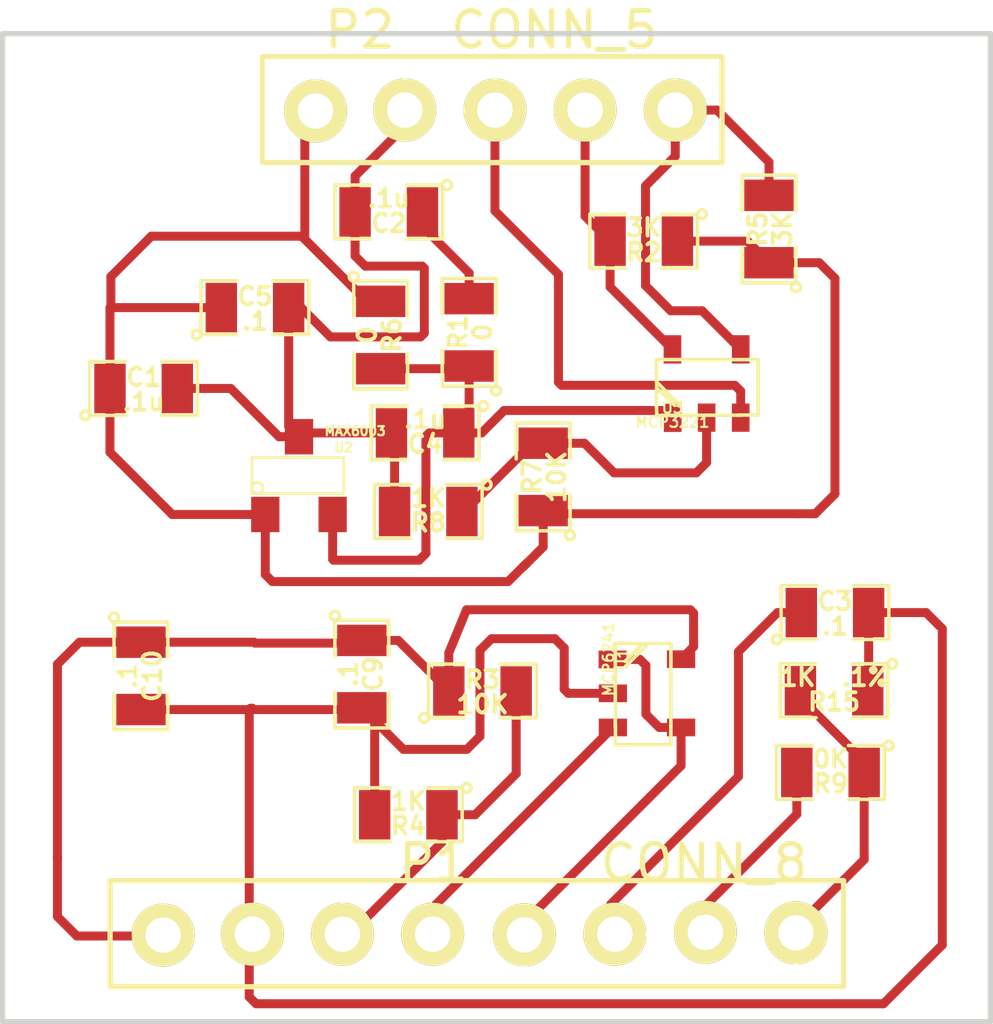
<source format=kicad_pcb>
(kicad_pcb (version 3) (host pcbnew "(2013-07-07 BZR 4022)-stable")

  (general
    (links 44)
    (no_connects 0)
    (area 167.563799 110.8273 195.656201 139.776201)
    (thickness 1.6)
    (drawings 4)
    (tracks 186)
    (zones 0)
    (modules 22)
    (nets 17)
  )

  (page A3)
  (layers
    (15 F.Cu signal)
    (0 B.Cu signal)
    (16 B.Adhes user hide)
    (17 F.Adhes user)
    (18 B.Paste user hide)
    (19 F.Paste user hide)
    (20 B.SilkS user hide)
    (21 F.SilkS user)
    (22 B.Mask user hide)
    (23 F.Mask user hide)
    (24 Dwgs.User user hide)
    (25 Cmts.User user hide)
    (26 Eco1.User user)
    (27 Eco2.User user hide)
    (28 Edge.Cuts user)
  )

  (setup
    (last_trace_width 0.254)
    (user_trace_width 0.254)
    (user_trace_width 0.6096)
    (user_trace_width 0.762)
    (trace_clearance 0.254)
    (zone_clearance 0.508)
    (zone_45_only no)
    (trace_min 0.254)
    (segment_width 0.2)
    (edge_width 0.1524)
    (via_size 0.6858)
    (via_drill 0.3302)
    (via_min_size 0.6858)
    (via_min_drill 0.3302)
    (user_via 1.778 1.016)
    (user_via 2.032 1.524)
    (uvia_size 0.02)
    (uvia_drill 0.013)
    (uvias_allowed no)
    (uvia_min_size 0.02)
    (uvia_min_drill 0.013)
    (pcb_text_width 0.3)
    (pcb_text_size 1.5 1.5)
    (mod_edge_width 0.1016)
    (mod_text_size 1 1)
    (mod_text_width 0.15)
    (pad_size 1.524 2.54)
    (pad_drill 1.016)
    (pad_to_mask_clearance 0)
    (aux_axis_origin 0 0)
    (visible_elements 7FFFFFFF)
    (pcbplotparams
      (layerselection 284196865)
      (usegerberextensions true)
      (excludeedgelayer true)
      (linewidth 0.150000)
      (plotframeref false)
      (viasonmask false)
      (mode 1)
      (useauxorigin false)
      (hpglpennumber 1)
      (hpglpenspeed 20)
      (hpglpendiameter 15)
      (hpglpenoverlay 2)
      (psnegative false)
      (psa4output false)
      (plotreference true)
      (plotvalue false)
      (plotothertext true)
      (plotinvisibletext false)
      (padsonsilk false)
      (subtractmaskfromsilk true)
      (outputformat 1)
      (mirror false)
      (drillshape 0)
      (scaleselection 1)
      (outputdirectory "//psf/Home/Documents/Lettuce Buddy HW/Healthy pH Test PCB/Test1/Kicad/Gerbers/"))
  )

  (net 0 "")
  (net 1 "/Digital Access/AIN")
  (net 2 "/Digital Access/GND_WallWart")
  (net 3 "/Digital Access/SCL")
  (net 4 "/Digital Access/SDA")
  (net 5 "/Digital Access/V+_WallWart")
  (net 6 /Temperature/GND_WallWart)
  (net 7 /Temperature/Therm_AIN)
  (net 8 /Temperature/Therm_IN)
  (net 9 /Temperature/V+_WallWart_Therm)
  (net 10 /pH/V+_WallWart)
  (net 11 /pH/pH_AIN)
  (net 12 /pH/pH_Probe_VGND)
  (net 13 /pH/pH_Probe_VIN)
  (net 14 N-0000014)
  (net 15 VGND)
  (net 16 VREF)

  (net_class Default "This is the default net class."
    (clearance 0.254)
    (trace_width 0.254)
    (via_dia 0.6858)
    (via_drill 0.3302)
    (uvia_dia 0.02)
    (uvia_drill 0.013)
    (add_net "")
    (add_net "/Digital Access/AIN")
    (add_net "/Digital Access/GND_WallWart")
    (add_net "/Digital Access/SCL")
    (add_net "/Digital Access/SDA")
    (add_net "/Digital Access/V+_WallWart")
    (add_net /Temperature/GND_WallWart)
    (add_net /Temperature/Therm_AIN)
    (add_net /Temperature/Therm_IN)
    (add_net /Temperature/V+_WallWart_Therm)
    (add_net /pH/V+_WallWart)
    (add_net /pH/pH_AIN)
    (add_net /pH/pH_Probe_VGND)
    (add_net /pH/pH_Probe_VIN)
    (add_net N-0000014)
    (add_net VGND)
    (add_net VREF)
  )

  (net_class Normal ""
    (clearance 0.254)
    (trace_width 0.254)
    (via_dia 0.6858)
    (via_drill 0.3302)
    (uvia_dia 0.02)
    (uvia_drill 0.013)
  )

  (net_class Power ""
    (clearance 0.254)
    (trace_width 0.6096)
    (via_dia 0.889)
    (via_drill 0.4318)
    (uvia_dia 0.02)
    (uvia_drill 0.013)
  )

  (module SM0805 (layer F.Cu) (tedit 5091495C) (tstamp 546C7023)
    (at 178.3334 120.2817 270)
    (path /546A29BA/546A38E8)
    (attr smd)
    (fp_text reference R6 (at 0 -0.3175 270) (layer F.SilkS)
      (effects (font (size 0.50038 0.50038) (thickness 0.10922)))
    )
    (fp_text value 0 (at 0 0.381 270) (layer F.SilkS)
      (effects (font (size 0.50038 0.50038) (thickness 0.10922)))
    )
    (fp_circle (center -1.651 0.762) (end -1.651 0.635) (layer F.SilkS) (width 0.09906))
    (fp_line (start -0.508 0.762) (end -1.524 0.762) (layer F.SilkS) (width 0.09906))
    (fp_line (start -1.524 0.762) (end -1.524 -0.762) (layer F.SilkS) (width 0.09906))
    (fp_line (start -1.524 -0.762) (end -0.508 -0.762) (layer F.SilkS) (width 0.09906))
    (fp_line (start 0.508 -0.762) (end 1.524 -0.762) (layer F.SilkS) (width 0.09906))
    (fp_line (start 1.524 -0.762) (end 1.524 0.762) (layer F.SilkS) (width 0.09906))
    (fp_line (start 1.524 0.762) (end 0.508 0.762) (layer F.SilkS) (width 0.09906))
    (pad 1 smd rect (at -0.9525 0 270) (size 0.889 1.397)
      (layers F.Cu F.Paste F.Mask)
      (net 5 "/Digital Access/V+_WallWart")
    )
    (pad 2 smd rect (at 0.9525 0 270) (size 0.889 1.397)
      (layers F.Cu F.Paste F.Mask)
      (net 16 VREF)
    )
    (model smd/chip_cms.wrl
      (at (xyz 0 0 0))
      (scale (xyz 0.1 0.1 0.1))
      (rotate (xyz 0 0 0))
    )
  )

  (module SM0805 (layer F.Cu) (tedit 5091495C) (tstamp 546C7030)
    (at 177.8 129.8702 270)
    (path /53C9635B/54453E50)
    (attr smd)
    (fp_text reference C9 (at 0 -0.3175 270) (layer F.SilkS)
      (effects (font (size 0.50038 0.50038) (thickness 0.10922)))
    )
    (fp_text value .1 (at 0 0.381 270) (layer F.SilkS)
      (effects (font (size 0.50038 0.50038) (thickness 0.10922)))
    )
    (fp_circle (center -1.651 0.762) (end -1.651 0.635) (layer F.SilkS) (width 0.09906))
    (fp_line (start -0.508 0.762) (end -1.524 0.762) (layer F.SilkS) (width 0.09906))
    (fp_line (start -1.524 0.762) (end -1.524 -0.762) (layer F.SilkS) (width 0.09906))
    (fp_line (start -1.524 -0.762) (end -0.508 -0.762) (layer F.SilkS) (width 0.09906))
    (fp_line (start 0.508 -0.762) (end 1.524 -0.762) (layer F.SilkS) (width 0.09906))
    (fp_line (start 1.524 -0.762) (end 1.524 0.762) (layer F.SilkS) (width 0.09906))
    (fp_line (start 1.524 0.762) (end 0.508 0.762) (layer F.SilkS) (width 0.09906))
    (pad 1 smd rect (at -0.9525 0 270) (size 0.889 1.397)
      (layers F.Cu F.Paste F.Mask)
      (net 10 /pH/V+_WallWart)
    )
    (pad 2 smd rect (at 0.9525 0 270) (size 0.889 1.397)
      (layers F.Cu F.Paste F.Mask)
      (net 6 /Temperature/GND_WallWart)
    )
    (model smd/chip_cms.wrl
      (at (xyz 0 0 0))
      (scale (xyz 0.1 0.1 0.1))
      (rotate (xyz 0 0 0))
    )
  )

  (module SM0805 (layer F.Cu) (tedit 5091495C) (tstamp 546C703D)
    (at 171.5516 129.921 270)
    (path /53C9635B/54453F94)
    (attr smd)
    (fp_text reference C10 (at 0 -0.3175 270) (layer F.SilkS)
      (effects (font (size 0.50038 0.50038) (thickness 0.10922)))
    )
    (fp_text value .1 (at 0 0.381 270) (layer F.SilkS)
      (effects (font (size 0.50038 0.50038) (thickness 0.10922)))
    )
    (fp_circle (center -1.651 0.762) (end -1.651 0.635) (layer F.SilkS) (width 0.09906))
    (fp_line (start -0.508 0.762) (end -1.524 0.762) (layer F.SilkS) (width 0.09906))
    (fp_line (start -1.524 0.762) (end -1.524 -0.762) (layer F.SilkS) (width 0.09906))
    (fp_line (start -1.524 -0.762) (end -0.508 -0.762) (layer F.SilkS) (width 0.09906))
    (fp_line (start 0.508 -0.762) (end 1.524 -0.762) (layer F.SilkS) (width 0.09906))
    (fp_line (start 1.524 -0.762) (end 1.524 0.762) (layer F.SilkS) (width 0.09906))
    (fp_line (start 1.524 0.762) (end 0.508 0.762) (layer F.SilkS) (width 0.09906))
    (pad 1 smd rect (at -0.9525 0 270) (size 0.889 1.397)
      (layers F.Cu F.Paste F.Mask)
      (net 10 /pH/V+_WallWart)
    )
    (pad 2 smd rect (at 0.9525 0 270) (size 0.889 1.397)
      (layers F.Cu F.Paste F.Mask)
      (net 6 /Temperature/GND_WallWart)
    )
    (model smd/chip_cms.wrl
      (at (xyz 0 0 0))
      (scale (xyz 0.1 0.1 0.1))
      (rotate (xyz 0 0 0))
    )
  )

  (module SM0805 (layer F.Cu) (tedit 5091495C) (tstamp 546C704A)
    (at 181.21376 130.34772)
    (path /53C9635B/53F37946)
    (attr smd)
    (fp_text reference R3 (at 0 -0.3175) (layer F.SilkS)
      (effects (font (size 0.50038 0.50038) (thickness 0.10922)))
    )
    (fp_text value 10K (at 0 0.381) (layer F.SilkS)
      (effects (font (size 0.50038 0.50038) (thickness 0.10922)))
    )
    (fp_circle (center -1.651 0.762) (end -1.651 0.635) (layer F.SilkS) (width 0.09906))
    (fp_line (start -0.508 0.762) (end -1.524 0.762) (layer F.SilkS) (width 0.09906))
    (fp_line (start -1.524 0.762) (end -1.524 -0.762) (layer F.SilkS) (width 0.09906))
    (fp_line (start -1.524 -0.762) (end -0.508 -0.762) (layer F.SilkS) (width 0.09906))
    (fp_line (start 0.508 -0.762) (end 1.524 -0.762) (layer F.SilkS) (width 0.09906))
    (fp_line (start 1.524 -0.762) (end 1.524 0.762) (layer F.SilkS) (width 0.09906))
    (fp_line (start 1.524 0.762) (end 0.508 0.762) (layer F.SilkS) (width 0.09906))
    (pad 1 smd rect (at -0.9525 0) (size 0.889 1.397)
      (layers F.Cu F.Paste F.Mask)
      (net 10 /pH/V+_WallWart)
    )
    (pad 2 smd rect (at 0.9525 0) (size 0.889 1.397)
      (layers F.Cu F.Paste F.Mask)
      (net 12 /pH/pH_Probe_VGND)
    )
    (model smd/chip_cms.wrl
      (at (xyz 0 0 0))
      (scale (xyz 0.1 0.1 0.1))
      (rotate (xyz 0 0 0))
    )
  )

  (module SM0805 (layer F.Cu) (tedit 5091495C) (tstamp 546C7057)
    (at 179.11572 133.84784 180)
    (path /53C9635B/53D7D158)
    (attr smd)
    (fp_text reference R4 (at 0 -0.3175 180) (layer F.SilkS)
      (effects (font (size 0.50038 0.50038) (thickness 0.10922)))
    )
    (fp_text value 1K (at 0 0.381 180) (layer F.SilkS)
      (effects (font (size 0.50038 0.50038) (thickness 0.10922)))
    )
    (fp_circle (center -1.651 0.762) (end -1.651 0.635) (layer F.SilkS) (width 0.09906))
    (fp_line (start -0.508 0.762) (end -1.524 0.762) (layer F.SilkS) (width 0.09906))
    (fp_line (start -1.524 0.762) (end -1.524 -0.762) (layer F.SilkS) (width 0.09906))
    (fp_line (start -1.524 -0.762) (end -0.508 -0.762) (layer F.SilkS) (width 0.09906))
    (fp_line (start 0.508 -0.762) (end 1.524 -0.762) (layer F.SilkS) (width 0.09906))
    (fp_line (start 1.524 -0.762) (end 1.524 0.762) (layer F.SilkS) (width 0.09906))
    (fp_line (start 1.524 0.762) (end 0.508 0.762) (layer F.SilkS) (width 0.09906))
    (pad 1 smd rect (at -0.9525 0 180) (size 0.889 1.397)
      (layers F.Cu F.Paste F.Mask)
      (net 12 /pH/pH_Probe_VGND)
    )
    (pad 2 smd rect (at 0.9525 0 180) (size 0.889 1.397)
      (layers F.Cu F.Paste F.Mask)
      (net 6 /Temperature/GND_WallWart)
    )
    (model smd/chip_cms.wrl
      (at (xyz 0 0 0))
      (scale (xyz 0.1 0.1 0.1))
      (rotate (xyz 0 0 0))
    )
  )

  (module SM0805 (layer F.Cu) (tedit 5091495C) (tstamp 546C7064)
    (at 179.6796 125.2728 180)
    (path /546A29BA/546CB67D)
    (attr smd)
    (fp_text reference R8 (at 0 -0.3175 180) (layer F.SilkS)
      (effects (font (size 0.50038 0.50038) (thickness 0.10922)))
    )
    (fp_text value 1K (at 0 0.381 180) (layer F.SilkS)
      (effects (font (size 0.50038 0.50038) (thickness 0.10922)))
    )
    (fp_circle (center -1.651 0.762) (end -1.651 0.635) (layer F.SilkS) (width 0.09906))
    (fp_line (start -0.508 0.762) (end -1.524 0.762) (layer F.SilkS) (width 0.09906))
    (fp_line (start -1.524 0.762) (end -1.524 -0.762) (layer F.SilkS) (width 0.09906))
    (fp_line (start -1.524 -0.762) (end -0.508 -0.762) (layer F.SilkS) (width 0.09906))
    (fp_line (start 0.508 -0.762) (end 1.524 -0.762) (layer F.SilkS) (width 0.09906))
    (fp_line (start 1.524 -0.762) (end 1.524 0.762) (layer F.SilkS) (width 0.09906))
    (fp_line (start 1.524 0.762) (end 0.508 0.762) (layer F.SilkS) (width 0.09906))
    (pad 1 smd rect (at -0.9525 0 180) (size 0.889 1.397)
      (layers F.Cu F.Paste F.Mask)
      (net 15 VGND)
    )
    (pad 2 smd rect (at 0.9525 0 180) (size 0.889 1.397)
      (layers F.Cu F.Paste F.Mask)
      (net 2 "/Digital Access/GND_WallWart")
    )
    (model smd/chip_cms.wrl
      (at (xyz 0 0 0))
      (scale (xyz 0.1 0.1 0.1))
      (rotate (xyz 0 0 0))
    )
  )

  (module SM0805 (layer F.Cu) (tedit 5091495C) (tstamp 546C7071)
    (at 182.9308 124.2949 90)
    (path /546A29BA/546CB683)
    (attr smd)
    (fp_text reference R7 (at 0 -0.3175 90) (layer F.SilkS)
      (effects (font (size 0.50038 0.50038) (thickness 0.10922)))
    )
    (fp_text value 10K (at 0 0.381 90) (layer F.SilkS)
      (effects (font (size 0.50038 0.50038) (thickness 0.10922)))
    )
    (fp_circle (center -1.651 0.762) (end -1.651 0.635) (layer F.SilkS) (width 0.09906))
    (fp_line (start -0.508 0.762) (end -1.524 0.762) (layer F.SilkS) (width 0.09906))
    (fp_line (start -1.524 0.762) (end -1.524 -0.762) (layer F.SilkS) (width 0.09906))
    (fp_line (start -1.524 -0.762) (end -0.508 -0.762) (layer F.SilkS) (width 0.09906))
    (fp_line (start 0.508 -0.762) (end 1.524 -0.762) (layer F.SilkS) (width 0.09906))
    (fp_line (start 1.524 -0.762) (end 1.524 0.762) (layer F.SilkS) (width 0.09906))
    (fp_line (start 1.524 0.762) (end 0.508 0.762) (layer F.SilkS) (width 0.09906))
    (pad 1 smd rect (at -0.9525 0 90) (size 0.889 1.397)
      (layers F.Cu F.Paste F.Mask)
      (net 5 "/Digital Access/V+_WallWart")
    )
    (pad 2 smd rect (at 0.9525 0 90) (size 0.889 1.397)
      (layers F.Cu F.Paste F.Mask)
      (net 15 VGND)
    )
    (model smd/chip_cms.wrl
      (at (xyz 0 0 0))
      (scale (xyz 0.1 0.1 0.1))
      (rotate (xyz 0 0 0))
    )
  )

  (module SM0805 (layer F.Cu) (tedit 5091495C) (tstamp 546C707E)
    (at 178.562 116.8019 180)
    (path /546A29BA/546A3936)
    (attr smd)
    (fp_text reference C2 (at 0 -0.3175 180) (layer F.SilkS)
      (effects (font (size 0.50038 0.50038) (thickness 0.10922)))
    )
    (fp_text value .1u (at 0 0.381 180) (layer F.SilkS)
      (effects (font (size 0.50038 0.50038) (thickness 0.10922)))
    )
    (fp_circle (center -1.651 0.762) (end -1.651 0.635) (layer F.SilkS) (width 0.09906))
    (fp_line (start -0.508 0.762) (end -1.524 0.762) (layer F.SilkS) (width 0.09906))
    (fp_line (start -1.524 0.762) (end -1.524 -0.762) (layer F.SilkS) (width 0.09906))
    (fp_line (start -1.524 -0.762) (end -0.508 -0.762) (layer F.SilkS) (width 0.09906))
    (fp_line (start 0.508 -0.762) (end 1.524 -0.762) (layer F.SilkS) (width 0.09906))
    (fp_line (start 1.524 -0.762) (end 1.524 0.762) (layer F.SilkS) (width 0.09906))
    (fp_line (start 1.524 0.762) (end 0.508 0.762) (layer F.SilkS) (width 0.09906))
    (pad 1 smd rect (at -0.9525 0 180) (size 0.889 1.397)
      (layers F.Cu F.Paste F.Mask)
      (net 14 N-0000014)
    )
    (pad 2 smd rect (at 0.9525 0 180) (size 0.889 1.397)
      (layers F.Cu F.Paste F.Mask)
      (net 2 "/Digital Access/GND_WallWart")
    )
    (model smd/chip_cms.wrl
      (at (xyz 0 0 0))
      (scale (xyz 0.1 0.1 0.1))
      (rotate (xyz 0 0 0))
    )
  )

  (module SM0805 (layer F.Cu) (tedit 5091495C) (tstamp 546C708B)
    (at 180.8353 120.2055 90)
    (path /546A29BA/546A38BD)
    (attr smd)
    (fp_text reference R1 (at 0 -0.3175 90) (layer F.SilkS)
      (effects (font (size 0.50038 0.50038) (thickness 0.10922)))
    )
    (fp_text value 0 (at 0 0.381 90) (layer F.SilkS)
      (effects (font (size 0.50038 0.50038) (thickness 0.10922)))
    )
    (fp_circle (center -1.651 0.762) (end -1.651 0.635) (layer F.SilkS) (width 0.09906))
    (fp_line (start -0.508 0.762) (end -1.524 0.762) (layer F.SilkS) (width 0.09906))
    (fp_line (start -1.524 0.762) (end -1.524 -0.762) (layer F.SilkS) (width 0.09906))
    (fp_line (start -1.524 -0.762) (end -0.508 -0.762) (layer F.SilkS) (width 0.09906))
    (fp_line (start 0.508 -0.762) (end 1.524 -0.762) (layer F.SilkS) (width 0.09906))
    (fp_line (start 1.524 -0.762) (end 1.524 0.762) (layer F.SilkS) (width 0.09906))
    (fp_line (start 1.524 0.762) (end 0.508 0.762) (layer F.SilkS) (width 0.09906))
    (pad 1 smd rect (at -0.9525 0 90) (size 0.889 1.397)
      (layers F.Cu F.Paste F.Mask)
      (net 16 VREF)
    )
    (pad 2 smd rect (at 0.9525 0 90) (size 0.889 1.397)
      (layers F.Cu F.Paste F.Mask)
      (net 14 N-0000014)
    )
    (model smd/chip_cms.wrl
      (at (xyz 0 0 0))
      (scale (xyz 0.1 0.1 0.1))
      (rotate (xyz 0 0 0))
    )
  )

  (module SM0805 (layer F.Cu) (tedit 5091495C) (tstamp 546C7098)
    (at 189.3189 117.2845 90)
    (path /546A29BA/546247DE)
    (attr smd)
    (fp_text reference R5 (at 0 -0.3175 90) (layer F.SilkS)
      (effects (font (size 0.50038 0.50038) (thickness 0.10922)))
    )
    (fp_text value 3K (at 0 0.381 90) (layer F.SilkS)
      (effects (font (size 0.50038 0.50038) (thickness 0.10922)))
    )
    (fp_circle (center -1.651 0.762) (end -1.651 0.635) (layer F.SilkS) (width 0.09906))
    (fp_line (start -0.508 0.762) (end -1.524 0.762) (layer F.SilkS) (width 0.09906))
    (fp_line (start -1.524 0.762) (end -1.524 -0.762) (layer F.SilkS) (width 0.09906))
    (fp_line (start -1.524 -0.762) (end -0.508 -0.762) (layer F.SilkS) (width 0.09906))
    (fp_line (start 0.508 -0.762) (end 1.524 -0.762) (layer F.SilkS) (width 0.09906))
    (fp_line (start 1.524 -0.762) (end 1.524 0.762) (layer F.SilkS) (width 0.09906))
    (fp_line (start 1.524 0.762) (end 0.508 0.762) (layer F.SilkS) (width 0.09906))
    (pad 1 smd rect (at -0.9525 0 90) (size 0.889 1.397)
      (layers F.Cu F.Paste F.Mask)
      (net 5 "/Digital Access/V+_WallWart")
    )
    (pad 2 smd rect (at 0.9525 0 90) (size 0.889 1.397)
      (layers F.Cu F.Paste F.Mask)
      (net 4 "/Digital Access/SDA")
    )
    (model smd/chip_cms.wrl
      (at (xyz 0 0 0))
      (scale (xyz 0.1 0.1 0.1))
      (rotate (xyz 0 0 0))
    )
  )

  (module SM0805 (layer F.Cu) (tedit 5091495C) (tstamp 546C70A5)
    (at 185.7756 117.6274 180)
    (path /546A29BA/5461FE56)
    (attr smd)
    (fp_text reference R2 (at 0 -0.3175 180) (layer F.SilkS)
      (effects (font (size 0.50038 0.50038) (thickness 0.10922)))
    )
    (fp_text value 3K (at 0 0.381 180) (layer F.SilkS)
      (effects (font (size 0.50038 0.50038) (thickness 0.10922)))
    )
    (fp_circle (center -1.651 0.762) (end -1.651 0.635) (layer F.SilkS) (width 0.09906))
    (fp_line (start -0.508 0.762) (end -1.524 0.762) (layer F.SilkS) (width 0.09906))
    (fp_line (start -1.524 0.762) (end -1.524 -0.762) (layer F.SilkS) (width 0.09906))
    (fp_line (start -1.524 -0.762) (end -0.508 -0.762) (layer F.SilkS) (width 0.09906))
    (fp_line (start 0.508 -0.762) (end 1.524 -0.762) (layer F.SilkS) (width 0.09906))
    (fp_line (start 1.524 -0.762) (end 1.524 0.762) (layer F.SilkS) (width 0.09906))
    (fp_line (start 1.524 0.762) (end 0.508 0.762) (layer F.SilkS) (width 0.09906))
    (pad 1 smd rect (at -0.9525 0 180) (size 0.889 1.397)
      (layers F.Cu F.Paste F.Mask)
      (net 5 "/Digital Access/V+_WallWart")
    )
    (pad 2 smd rect (at 0.9525 0 180) (size 0.889 1.397)
      (layers F.Cu F.Paste F.Mask)
      (net 3 "/Digital Access/SCL")
    )
    (model smd/chip_cms.wrl
      (at (xyz 0 0 0))
      (scale (xyz 0.1 0.1 0.1))
      (rotate (xyz 0 0 0))
    )
  )

  (module SM0805 (layer F.Cu) (tedit 5091495C) (tstamp 546C70B2)
    (at 179.5907 123.0503 180)
    (path /546A29BA/5461FE10)
    (attr smd)
    (fp_text reference C4 (at 0 -0.3175 180) (layer F.SilkS)
      (effects (font (size 0.50038 0.50038) (thickness 0.10922)))
    )
    (fp_text value .1u (at 0 0.381 180) (layer F.SilkS)
      (effects (font (size 0.50038 0.50038) (thickness 0.10922)))
    )
    (fp_circle (center -1.651 0.762) (end -1.651 0.635) (layer F.SilkS) (width 0.09906))
    (fp_line (start -0.508 0.762) (end -1.524 0.762) (layer F.SilkS) (width 0.09906))
    (fp_line (start -1.524 0.762) (end -1.524 -0.762) (layer F.SilkS) (width 0.09906))
    (fp_line (start -1.524 -0.762) (end -0.508 -0.762) (layer F.SilkS) (width 0.09906))
    (fp_line (start 0.508 -0.762) (end 1.524 -0.762) (layer F.SilkS) (width 0.09906))
    (fp_line (start 1.524 -0.762) (end 1.524 0.762) (layer F.SilkS) (width 0.09906))
    (fp_line (start 1.524 0.762) (end 0.508 0.762) (layer F.SilkS) (width 0.09906))
    (pad 1 smd rect (at -0.9525 0 180) (size 0.889 1.397)
      (layers F.Cu F.Paste F.Mask)
      (net 16 VREF)
    )
    (pad 2 smd rect (at 0.9525 0 180) (size 0.889 1.397)
      (layers F.Cu F.Paste F.Mask)
      (net 2 "/Digital Access/GND_WallWart")
    )
    (model smd/chip_cms.wrl
      (at (xyz 0 0 0))
      (scale (xyz 0.1 0.1 0.1))
      (rotate (xyz 0 0 0))
    )
  )

  (module SM0805 (layer F.Cu) (tedit 5091495C) (tstamp 546C70BF)
    (at 191.1858 128.1303)
    (path /53C98328/544542CF)
    (attr smd)
    (fp_text reference C3 (at 0 -0.3175) (layer F.SilkS)
      (effects (font (size 0.50038 0.50038) (thickness 0.10922)))
    )
    (fp_text value .1 (at 0 0.381) (layer F.SilkS)
      (effects (font (size 0.50038 0.50038) (thickness 0.10922)))
    )
    (fp_circle (center -1.651 0.762) (end -1.651 0.635) (layer F.SilkS) (width 0.09906))
    (fp_line (start -0.508 0.762) (end -1.524 0.762) (layer F.SilkS) (width 0.09906))
    (fp_line (start -1.524 0.762) (end -1.524 -0.762) (layer F.SilkS) (width 0.09906))
    (fp_line (start -1.524 -0.762) (end -0.508 -0.762) (layer F.SilkS) (width 0.09906))
    (fp_line (start 0.508 -0.762) (end 1.524 -0.762) (layer F.SilkS) (width 0.09906))
    (fp_line (start 1.524 -0.762) (end 1.524 0.762) (layer F.SilkS) (width 0.09906))
    (fp_line (start 1.524 0.762) (end 0.508 0.762) (layer F.SilkS) (width 0.09906))
    (pad 1 smd rect (at -0.9525 0) (size 0.889 1.397)
      (layers F.Cu F.Paste F.Mask)
      (net 9 /Temperature/V+_WallWart_Therm)
    )
    (pad 2 smd rect (at 0.9525 0) (size 0.889 1.397)
      (layers F.Cu F.Paste F.Mask)
      (net 6 /Temperature/GND_WallWart)
    )
    (model smd/chip_cms.wrl
      (at (xyz 0 0 0))
      (scale (xyz 0.1 0.1 0.1))
      (rotate (xyz 0 0 0))
    )
  )

  (module SM0805 (layer F.Cu) (tedit 5091495C) (tstamp 546C70CC)
    (at 191.1604 130.3401 180)
    (path /53C98328/540DEB6D)
    (attr smd)
    (fp_text reference R15 (at 0 -0.3175 180) (layer F.SilkS)
      (effects (font (size 0.50038 0.50038) (thickness 0.10922)))
    )
    (fp_text value "1K  .1%" (at 0 0.381 180) (layer F.SilkS)
      (effects (font (size 0.50038 0.50038) (thickness 0.10922)))
    )
    (fp_circle (center -1.651 0.762) (end -1.651 0.635) (layer F.SilkS) (width 0.09906))
    (fp_line (start -0.508 0.762) (end -1.524 0.762) (layer F.SilkS) (width 0.09906))
    (fp_line (start -1.524 0.762) (end -1.524 -0.762) (layer F.SilkS) (width 0.09906))
    (fp_line (start -1.524 -0.762) (end -0.508 -0.762) (layer F.SilkS) (width 0.09906))
    (fp_line (start 0.508 -0.762) (end 1.524 -0.762) (layer F.SilkS) (width 0.09906))
    (fp_line (start 1.524 -0.762) (end 1.524 0.762) (layer F.SilkS) (width 0.09906))
    (fp_line (start 1.524 0.762) (end 0.508 0.762) (layer F.SilkS) (width 0.09906))
    (pad 1 smd rect (at -0.9525 0 180) (size 0.889 1.397)
      (layers F.Cu F.Paste F.Mask)
      (net 6 /Temperature/GND_WallWart)
    )
    (pad 2 smd rect (at 0.9525 0 180) (size 0.889 1.397)
      (layers F.Cu F.Paste F.Mask)
      (net 7 /Temperature/Therm_AIN)
    )
    (model smd/chip_cms.wrl
      (at (xyz 0 0 0))
      (scale (xyz 0.1 0.1 0.1))
      (rotate (xyz 0 0 0))
    )
  )

  (module LB_SOT23 (layer F.Cu) (tedit 546C7E6A) (tstamp 546C7EED)
    (at 176.022 124.2568)
    (tags SOT23)
    (path /546A29BA/546A37B2)
    (fp_text reference U2 (at 1.25984 -0.79248) (layer F.SilkS)
      (effects (font (size 0.254 0.254) (thickness 0.0635)))
    )
    (fp_text value MAX6003 (at 1.5875 -1.2573) (layer F.SilkS)
      (effects (font (size 0.254 0.254) (thickness 0.0635)))
    )
    (fp_circle (center -1.17602 0.35052) (end -1.30048 0.44958) (layer F.SilkS) (width 0.07874))
    (fp_line (start 1.27 -0.508) (end 1.27 0.508) (layer F.SilkS) (width 0.07874))
    (fp_line (start -1.3335 -0.508) (end -1.3335 0.508) (layer F.SilkS) (width 0.07874))
    (fp_line (start 1.27 0.508) (end -1.3335 0.508) (layer F.SilkS) (width 0.07874))
    (fp_line (start -1.3335 -0.508) (end 1.27 -0.508) (layer F.SilkS) (width 0.07874))
    (pad 3 smd rect (at 0 -1.09982) (size 0.8001 1.00076)
      (layers F.Cu F.Paste F.Mask)
      (net 2 "/Digital Access/GND_WallWart")
    )
    (pad 2 smd rect (at 0.9525 1.09982) (size 0.8001 1.00076)
      (layers F.Cu F.Paste F.Mask)
      (net 16 VREF)
    )
    (pad 1 smd rect (at -0.9525 1.09982) (size 0.8001 1.00076)
      (layers F.Cu F.Paste F.Mask)
      (net 5 "/Digital Access/V+_WallWart")
    )
    (model smd\SOT23_3.wrl
      (at (xyz 0 0 0))
      (scale (xyz 0.4 0.4 0.4))
      (rotate (xyz 0 0 180))
    )
  )

  (module LB_MCP3221 (layer F.Cu) (tedit 546C8296) (tstamp 546C849A)
    (at 186.5884 122.5423)
    (descr SOT323-5)
    (path /546A29BA/5461FD90)
    (attr smd)
    (fp_text reference U3 (at 0 -0.20066) (layer F.SilkS)
      (effects (font (size 0.29972 0.29972) (thickness 0.06096)))
    )
    (fp_text value MCP3221 (at 0 0.20066) (layer F.SilkS)
      (effects (font (size 0.29972 0.29972) (thickness 0.06096)))
    )
    (fp_line (start 1.87706 0.00254) (end 2.39776 0.00254) (layer F.SilkS) (width 0.1016))
    (fp_line (start 2.39776 0.00254) (end 2.42316 0) (layer F.SilkS) (width 0.1016))
    (fp_line (start 2.42316 0) (end 2.41808 -0.24638) (layer F.SilkS) (width 0.1016))
    (fp_line (start -0.2667 0.01524) (end -0.4445 0.01524) (layer F.SilkS) (width 0.1016))
    (fp_line (start -0.4445 0.01524) (end -0.45212 -0.254) (layer F.SilkS) (width 0.1016))
    (fp_line (start -0.45212 -0.254) (end -0.45974 -0.254) (layer F.SilkS) (width 0.1016))
    (fp_line (start 2.4257 -1.56464) (end 2.42062 -1.55448) (layer F.SilkS) (width 0.1016))
    (fp_line (start 0.21336 -0.27178) (end -0.44704 -0.93218) (layer F.SilkS) (width 0.1016))
    (fp_line (start 0.06096 -0.27178) (end -0.44704 -0.76708) (layer F.SilkS) (width 0.1016))
    (fp_line (start -0.44704 -1.56718) (end 2.4257 -1.56464) (layer F.SilkS) (width 0.1016))
    (fp_line (start 2.42062 -1.54686) (end 2.42062 -0.25146) (layer F.SilkS) (width 0.1016))
    (fp_line (start 1.92786 0.00762) (end -0.28194 0.00762) (layer F.SilkS) (width 0.1016))
    (fp_line (start -0.44704 -0.27178) (end -0.44704 -1.56718) (layer F.SilkS) (width 0.1016))
    (pad 1 smd rect (at 0.00762 0.08128) (size 0.50038 0.8001)
      (layers F.Cu F.Paste F.Mask)
      (net 16 VREF)
    )
    (pad 3 smd rect (at 1.9304 0.0762) (size 0.50038 0.8001)
      (layers F.Cu F.Paste F.Mask)
      (net 1 "/Digital Access/AIN")
    )
    (pad 2 smd rect (at 0.9652 0.0762) (size 0.50038 0.8001)
      (layers F.Cu F.Paste F.Mask)
      (net 15 VGND)
    )
    (pad 4 smd rect (at 1.9304 -1.8542) (size 0.50038 0.8001)
      (layers F.Cu F.Paste F.Mask)
      (net 4 "/Digital Access/SDA")
    )
    (pad 5 smd rect (at 0 -1.8542) (size 0.50038 0.8001)
      (layers F.Cu F.Paste F.Mask)
      (net 3 "/Digital Access/SCL")
    )
    (model smd/smd_transistors/sot323-5.wrl
      (at (xyz 0 0 0))
      (scale (xyz 1 1 1))
      (rotate (xyz 0 0 0))
    )
  )

  (module SM0805 (layer F.Cu) (tedit 5091495C) (tstamp 546C8ECE)
    (at 171.6278 121.793)
    (path /546A29BA/5461FDB2)
    (attr smd)
    (fp_text reference C1 (at 0 -0.3175) (layer F.SilkS)
      (effects (font (size 0.50038 0.50038) (thickness 0.10922)))
    )
    (fp_text value .1u (at 0 0.381) (layer F.SilkS)
      (effects (font (size 0.50038 0.50038) (thickness 0.10922)))
    )
    (fp_circle (center -1.651 0.762) (end -1.651 0.635) (layer F.SilkS) (width 0.09906))
    (fp_line (start -0.508 0.762) (end -1.524 0.762) (layer F.SilkS) (width 0.09906))
    (fp_line (start -1.524 0.762) (end -1.524 -0.762) (layer F.SilkS) (width 0.09906))
    (fp_line (start -1.524 -0.762) (end -0.508 -0.762) (layer F.SilkS) (width 0.09906))
    (fp_line (start 0.508 -0.762) (end 1.524 -0.762) (layer F.SilkS) (width 0.09906))
    (fp_line (start 1.524 -0.762) (end 1.524 0.762) (layer F.SilkS) (width 0.09906))
    (fp_line (start 1.524 0.762) (end 0.508 0.762) (layer F.SilkS) (width 0.09906))
    (pad 1 smd rect (at -0.9525 0) (size 0.889 1.397)
      (layers F.Cu F.Paste F.Mask)
      (net 5 "/Digital Access/V+_WallWart")
    )
    (pad 2 smd rect (at 0.9525 0) (size 0.889 1.397)
      (layers F.Cu F.Paste F.Mask)
      (net 2 "/Digital Access/GND_WallWart")
    )
    (model smd/chip_cms.wrl
      (at (xyz 0 0 0))
      (scale (xyz 0.1 0.1 0.1))
      (rotate (xyz 0 0 0))
    )
  )

  (module SM0805 (layer F.Cu) (tedit 5091495C) (tstamp 546CA30A)
    (at 191.0588 132.6515 180)
    (path /53C98328/546CA129)
    (attr smd)
    (fp_text reference R9 (at 0 -0.3175 180) (layer F.SilkS)
      (effects (font (size 0.50038 0.50038) (thickness 0.10922)))
    )
    (fp_text value 0K (at 0 0.381 180) (layer F.SilkS)
      (effects (font (size 0.50038 0.50038) (thickness 0.10922)))
    )
    (fp_circle (center -1.651 0.762) (end -1.651 0.635) (layer F.SilkS) (width 0.09906))
    (fp_line (start -0.508 0.762) (end -1.524 0.762) (layer F.SilkS) (width 0.09906))
    (fp_line (start -1.524 0.762) (end -1.524 -0.762) (layer F.SilkS) (width 0.09906))
    (fp_line (start -1.524 -0.762) (end -0.508 -0.762) (layer F.SilkS) (width 0.09906))
    (fp_line (start 0.508 -0.762) (end 1.524 -0.762) (layer F.SilkS) (width 0.09906))
    (fp_line (start 1.524 -0.762) (end 1.524 0.762) (layer F.SilkS) (width 0.09906))
    (fp_line (start 1.524 0.762) (end 0.508 0.762) (layer F.SilkS) (width 0.09906))
    (pad 1 smd rect (at -0.9525 0 180) (size 0.889 1.397)
      (layers F.Cu F.Paste F.Mask)
      (net 7 /Temperature/Therm_AIN)
    )
    (pad 2 smd rect (at 0.9525 0 180) (size 0.889 1.397)
      (layers F.Cu F.Paste F.Mask)
      (net 8 /Temperature/Therm_IN)
    )
    (model smd/chip_cms.wrl
      (at (xyz 0 0 0))
      (scale (xyz 0.1 0.1 0.1))
      (rotate (xyz 0 0 0))
    )
  )

  (module LB_CONN_8 (layer F.Cu) (tedit 546CA061) (tstamp 546CB241)
    (at 177.2793 137.2108)
    (path /546C98A7)
    (fp_text reference P1 (at 2.55 -2) (layer F.SilkS)
      (effects (font (size 1 1) (thickness 0.15)))
    )
    (fp_text value CONN_8 (at 10.2 -2) (layer F.SilkS)
      (effects (font (size 1 1) (thickness 0.15)))
    )
    (fp_line (start 14.15 -1.5) (end 14.15 1.5) (layer F.SilkS) (width 0.15))
    (fp_line (start -6.6 -1.5) (end 14.15 -1.5) (layer F.SilkS) (width 0.15))
    (fp_line (start 14.15 1.5) (end -6.6 1.5) (layer F.SilkS) (width 0.15))
    (fp_line (start -6.6 -1.5) (end -6.6 1.5) (layer F.SilkS) (width 0.15))
    (pad 1 thru_hole circle (at -5.1 0.04) (size 1.78 1.78) (drill 1)
      (layers *.Cu *.Mask F.SilkS)
      (net 10 /pH/V+_WallWart)
    )
    (pad 2 thru_hole circle (at -2.5754 0.0146) (size 1.78 1.78) (drill 1)
      (layers *.Cu *.Mask F.SilkS)
      (net 6 /Temperature/GND_WallWart)
    )
    (pad 3 thru_hole circle (at -0.0254 0.0146) (size 1.78 1.78) (drill 1)
      (layers *.Cu *.Mask F.SilkS)
      (net 12 /pH/pH_Probe_VGND)
    )
    (pad 4 thru_hole circle (at 2.5246 0.0146) (size 1.78 1.78) (drill 1)
      (layers *.Cu *.Mask F.SilkS)
      (net 13 /pH/pH_Probe_VIN)
    )
    (pad 5 thru_hole circle (at 5.12 0.033) (size 1.78 1.78) (drill 1)
      (layers *.Cu *.Mask F.SilkS)
      (net 11 /pH/pH_AIN)
    )
    (pad 6 thru_hole circle (at 7.68 0.013) (size 1.78 1.78) (drill 1)
      (layers *.Cu *.Mask F.SilkS)
      (net 9 /Temperature/V+_WallWart_Therm)
    )
    (pad 7 thru_hole circle (at 10.24 -0.038) (size 1.78 1.78) (drill 1)
      (layers *.Cu *.Mask F.SilkS)
      (net 8 /Temperature/Therm_IN)
    )
    (pad 8 thru_hole circle (at 12.8 -0.023) (size 1.78 1.78) (drill 1)
      (layers *.Cu *.Mask F.SilkS)
      (net 7 /Temperature/Therm_AIN)
    )
  )

  (module SM0805 (layer F.Cu) (tedit 5091495C) (tstamp 546CBAAA)
    (at 174.7774 119.507)
    (path /546A29BA/546CB68F)
    (attr smd)
    (fp_text reference C5 (at 0 -0.3175) (layer F.SilkS)
      (effects (font (size 0.50038 0.50038) (thickness 0.10922)))
    )
    (fp_text value .1 (at 0 0.381) (layer F.SilkS)
      (effects (font (size 0.50038 0.50038) (thickness 0.10922)))
    )
    (fp_circle (center -1.651 0.762) (end -1.651 0.635) (layer F.SilkS) (width 0.09906))
    (fp_line (start -0.508 0.762) (end -1.524 0.762) (layer F.SilkS) (width 0.09906))
    (fp_line (start -1.524 0.762) (end -1.524 -0.762) (layer F.SilkS) (width 0.09906))
    (fp_line (start -1.524 -0.762) (end -0.508 -0.762) (layer F.SilkS) (width 0.09906))
    (fp_line (start 0.508 -0.762) (end 1.524 -0.762) (layer F.SilkS) (width 0.09906))
    (fp_line (start 1.524 -0.762) (end 1.524 0.762) (layer F.SilkS) (width 0.09906))
    (fp_line (start 1.524 0.762) (end 0.508 0.762) (layer F.SilkS) (width 0.09906))
    (pad 1 smd rect (at -0.9525 0) (size 0.889 1.397)
      (layers F.Cu F.Paste F.Mask)
      (net 5 "/Digital Access/V+_WallWart")
    )
    (pad 2 smd rect (at 0.9525 0) (size 0.889 1.397)
      (layers F.Cu F.Paste F.Mask)
      (net 2 "/Digital Access/GND_WallWart")
    )
    (model smd/chip_cms.wrl
      (at (xyz 0 0 0))
      (scale (xyz 0.1 0.1 0.1))
      (rotate (xyz 0 0 0))
    )
  )

  (module LB_CONN_5 (layer F.Cu) (tedit 54693D1E) (tstamp 546CBFAA)
    (at 176.4919 113.9063)
    (path /546CBB86)
    (fp_text reference P2 (at 1.25 -2.25) (layer F.SilkS)
      (effects (font (size 1 1) (thickness 0.15)))
    )
    (fp_text value CONN_5 (at 6.75 -2.25) (layer F.SilkS)
      (effects (font (size 1 1) (thickness 0.15)))
    )
    (fp_line (start -1.5 -1.5) (end 11.5 -1.5) (layer F.SilkS) (width 0.15))
    (fp_line (start 11.5 -1.5) (end 11.5 1.5) (layer F.SilkS) (width 0.15))
    (fp_line (start 11.5 1.5) (end -1.5 1.5) (layer F.SilkS) (width 0.15))
    (fp_line (start -1.5 -1.5) (end -1.5 1.5) (layer F.SilkS) (width 0.15))
    (pad 1 thru_hole circle (at 0 0.04) (size 1.78 1.78) (drill 1)
      (layers *.Cu *.Mask F.SilkS)
      (net 5 "/Digital Access/V+_WallWart")
    )
    (pad 2 thru_hole circle (at 2.5246 0.0146) (size 1.78 1.78) (drill 1)
      (layers *.Cu *.Mask F.SilkS)
      (net 2 "/Digital Access/GND_WallWart")
    )
    (pad 3 thru_hole circle (at 5.0746 0.0146) (size 1.78 1.78) (drill 1)
      (layers *.Cu *.Mask F.SilkS)
      (net 1 "/Digital Access/AIN")
    )
    (pad 4 thru_hole circle (at 7.6246 0.0146) (size 1.78 1.78) (drill 1)
      (layers *.Cu *.Mask F.SilkS)
      (net 3 "/Digital Access/SCL")
    )
    (pad 5 thru_hole circle (at 10.1746 0.0146) (size 1.78 1.78) (drill 1)
      (layers *.Cu *.Mask F.SilkS)
      (net 4 "/Digital Access/SDA")
    )
  )

  (module LB_MCP3221 (layer F.Cu) (tedit 546C8296) (tstamp 546CFB6F)
    (at 184.97804 129.44856 270)
    (descr SOT323-5)
    (path /53C9635B/546B4692)
    (attr smd)
    (fp_text reference U1 (at 0 -0.20066 270) (layer F.SilkS)
      (effects (font (size 0.29972 0.29972) (thickness 0.06096)))
    )
    (fp_text value MCP6241 (at 0 0.20066 270) (layer F.SilkS)
      (effects (font (size 0.29972 0.29972) (thickness 0.06096)))
    )
    (fp_line (start 1.87706 0.00254) (end 2.39776 0.00254) (layer F.SilkS) (width 0.1016))
    (fp_line (start 2.39776 0.00254) (end 2.42316 0) (layer F.SilkS) (width 0.1016))
    (fp_line (start 2.42316 0) (end 2.41808 -0.24638) (layer F.SilkS) (width 0.1016))
    (fp_line (start -0.2667 0.01524) (end -0.4445 0.01524) (layer F.SilkS) (width 0.1016))
    (fp_line (start -0.4445 0.01524) (end -0.45212 -0.254) (layer F.SilkS) (width 0.1016))
    (fp_line (start -0.45212 -0.254) (end -0.45974 -0.254) (layer F.SilkS) (width 0.1016))
    (fp_line (start 2.4257 -1.56464) (end 2.42062 -1.55448) (layer F.SilkS) (width 0.1016))
    (fp_line (start 0.21336 -0.27178) (end -0.44704 -0.93218) (layer F.SilkS) (width 0.1016))
    (fp_line (start 0.06096 -0.27178) (end -0.44704 -0.76708) (layer F.SilkS) (width 0.1016))
    (fp_line (start -0.44704 -1.56718) (end 2.4257 -1.56464) (layer F.SilkS) (width 0.1016))
    (fp_line (start 2.42062 -1.54686) (end 2.42062 -0.25146) (layer F.SilkS) (width 0.1016))
    (fp_line (start 1.92786 0.00762) (end -0.28194 0.00762) (layer F.SilkS) (width 0.1016))
    (fp_line (start -0.44704 -0.27178) (end -0.44704 -1.56718) (layer F.SilkS) (width 0.1016))
    (pad 1 smd rect (at 0.00762 0.08128 270) (size 0.50038 0.8001)
      (layers F.Cu F.Paste F.Mask)
      (net 11 /pH/pH_AIN)
    )
    (pad 3 smd rect (at 1.9304 0.0762 270) (size 0.50038 0.8001)
      (layers F.Cu F.Paste F.Mask)
      (net 13 /pH/pH_Probe_VIN)
    )
    (pad 2 smd rect (at 0.9652 0.0762 270) (size 0.50038 0.8001)
      (layers F.Cu F.Paste F.Mask)
      (net 6 /Temperature/GND_WallWart)
    )
    (pad 4 smd rect (at 1.9304 -1.8542 270) (size 0.50038 0.8001)
      (layers F.Cu F.Paste F.Mask)
      (net 11 /pH/pH_AIN)
    )
    (pad 5 smd rect (at 0 -1.8542 270) (size 0.50038 0.8001)
      (layers F.Cu F.Paste F.Mask)
      (net 10 /pH/V+_WallWart)
    )
    (model smd/smd_transistors/sot323-5.wrl
      (at (xyz 0 0 0))
      (scale (xyz 1 1 1))
      (rotate (xyz 0 0 0))
    )
  )

  (gr_line (start 167.64 139.7) (end 167.64 111.76) (angle 90) (layer Edge.Cuts) (width 0.1524))
  (gr_line (start 195.58 139.7) (end 167.64 139.7) (angle 90) (layer Edge.Cuts) (width 0.1524))
  (gr_line (start 195.58 111.76) (end 195.58 139.7) (angle 90) (layer Edge.Cuts) (width 0.1524))
  (gr_line (start 167.64 111.76) (end 195.58 111.76) (angle 90) (layer Edge.Cuts) (width 0.1524))

  (segment (start 181.5665 113.9209) (end 181.5665 116.7711) (width 0.254) (layer F.Cu) (net 1))
  (segment (start 188.5188 121.8692) (end 188.5188 122.6185) (width 0.254) (layer F.Cu) (net 1) (tstamp 546CC0D3))
  (segment (start 188.3537 121.7041) (end 188.5188 121.8692) (width 0.254) (layer F.Cu) (net 1) (tstamp 546CC0D2))
  (segment (start 183.4515 121.7041) (end 188.3537 121.7041) (width 0.254) (layer F.Cu) (net 1) (tstamp 546CC0D1))
  (segment (start 183.3626 121.6152) (end 183.4515 121.7041) (width 0.254) (layer F.Cu) (net 1) (tstamp 546CC0D0))
  (segment (start 183.3626 118.5672) (end 183.3626 121.6152) (width 0.254) (layer F.Cu) (net 1) (tstamp 546CC0CE))
  (segment (start 181.5665 116.7711) (end 183.3626 118.5672) (width 0.254) (layer F.Cu) (net 1) (tstamp 546CC0CD))
  (segment (start 177.6095 116.8019) (end 177.6095 118.0465) (width 0.254) (layer F.Cu) (net 2))
  (segment (start 176.08296 119.507) (end 175.7299 119.507) (width 0.254) (layer F.Cu) (net 2) (tstamp 546CC673))
  (segment (start 176.911 120.33504) (end 176.08296 119.507) (width 0.254) (layer F.Cu) (net 2) (tstamp 546CC672))
  (segment (start 179.46116 120.33504) (end 176.911 120.33504) (width 0.254) (layer F.Cu) (net 2) (tstamp 546CC66E))
  (segment (start 179.56784 120.22836) (end 179.46116 120.33504) (width 0.254) (layer F.Cu) (net 2) (tstamp 546CC66C))
  (segment (start 179.56784 118.39448) (end 179.56784 120.22836) (width 0.254) (layer F.Cu) (net 2) (tstamp 546CC668))
  (segment (start 179.50688 118.33352) (end 179.56784 118.39448) (width 0.254) (layer F.Cu) (net 2) (tstamp 546CC666))
  (segment (start 177.89652 118.33352) (end 179.50688 118.33352) (width 0.254) (layer F.Cu) (net 2) (tstamp 546CC663))
  (segment (start 177.6095 118.0465) (end 177.89652 118.33352) (width 0.254) (layer F.Cu) (net 2) (tstamp 546CC662))
  (segment (start 178.6382 123.0503) (end 176.12868 123.0503) (width 0.254) (layer F.Cu) (net 2))
  (segment (start 176.12868 123.0503) (end 176.022 123.15698) (width 0.254) (layer F.Cu) (net 2) (tstamp 546CC651))
  (segment (start 176.12868 123.0503) (end 176.022 123.15698) (width 0.254) (layer F.Cu) (net 2) (tstamp 546CC333))
  (segment (start 178.7271 125.2728) (end 178.7271 123.1392) (width 0.254) (layer F.Cu) (net 2))
  (segment (start 178.7271 123.1392) (end 178.6382 123.0503) (width 0.254) (layer F.Cu) (net 2) (tstamp 546CC32F))
  (segment (start 175.7299 119.507) (end 175.7299 122.86488) (width 0.254) (layer F.Cu) (net 2))
  (segment (start 175.7299 122.86488) (end 176.022 123.15698) (width 0.254) (layer F.Cu) (net 2) (tstamp 546CC318))
  (segment (start 176.022 123.15698) (end 175.45558 123.15698) (width 0.254) (layer F.Cu) (net 2) (tstamp 546CC319))
  (segment (start 175.45558 123.15698) (end 174.0916 121.793) (width 0.254) (layer F.Cu) (net 2) (tstamp 546CC31A))
  (segment (start 174.0916 121.793) (end 172.5803 121.793) (width 0.254) (layer F.Cu) (net 2) (tstamp 546CC31B))
  (segment (start 179.0165 113.9209) (end 179.0165 114.3789) (width 0.254) (layer F.Cu) (net 2))
  (segment (start 177.6095 115.7859) (end 177.6095 116.8019) (width 0.254) (layer F.Cu) (net 2) (tstamp 546CC314))
  (segment (start 179.0165 114.3789) (end 177.6095 115.7859) (width 0.254) (layer F.Cu) (net 2) (tstamp 546CC313))
  (segment (start 184.8231 117.6274) (end 184.8231 118.9228) (width 0.254) (layer F.Cu) (net 3))
  (segment (start 184.8231 118.9228) (end 186.5884 120.6881) (width 0.254) (layer F.Cu) (net 3) (tstamp 546CC0FC))
  (segment (start 184.1165 113.9209) (end 184.1165 116.9208) (width 0.254) (layer F.Cu) (net 3))
  (segment (start 184.1165 116.9208) (end 184.8231 117.6274) (width 0.254) (layer F.Cu) (net 3) (tstamp 546CC0F9))
  (segment (start 186.6665 113.9209) (end 187.8476 113.9209) (width 0.254) (layer F.Cu) (net 4))
  (segment (start 189.3189 115.3922) (end 189.3189 116.332) (width 0.254) (layer F.Cu) (net 4) (tstamp 546CC1C3))
  (segment (start 187.8476 113.9209) (end 189.3189 115.3922) (width 0.254) (layer F.Cu) (net 4) (tstamp 546CC1C0))
  (segment (start 186.6665 113.9209) (end 186.6665 115.2252) (width 0.254) (layer F.Cu) (net 4))
  (segment (start 187.4266 119.5959) (end 188.5188 120.6881) (width 0.254) (layer F.Cu) (net 4) (tstamp 546CC1BA))
  (segment (start 186.5376 119.5959) (end 187.4266 119.5959) (width 0.254) (layer F.Cu) (net 4) (tstamp 546CC1B8))
  (segment (start 185.8264 118.8847) (end 186.5376 119.5959) (width 0.254) (layer F.Cu) (net 4) (tstamp 546CC1B3))
  (segment (start 185.8264 116.0653) (end 185.8264 118.8847) (width 0.254) (layer F.Cu) (net 4) (tstamp 546CC1AD))
  (segment (start 186.6665 115.2252) (end 185.8264 116.0653) (width 0.254) (layer F.Cu) (net 4) (tstamp 546CC1AA))
  (segment (start 178.3334 119.3292) (end 177.94224 119.3292) (width 0.254) (layer F.Cu) (net 5))
  (segment (start 170.7007 118.6307) (end 171.8437 117.4877) (width 0.254) (layer F.Cu) (net 5) (tstamp 546CC30E))
  (segment (start 171.8437 117.4877) (end 176.022 117.4877) (width 0.254) (layer F.Cu) (net 5) (tstamp 546CC30F))
  (segment (start 170.7007 118.6307) (end 170.7007 119.507) (width 0.254) (layer F.Cu) (net 5))
  (segment (start 176.10074 117.4877) (end 176.022 117.4877) (width 0.254) (layer F.Cu) (net 5) (tstamp 546CC679))
  (segment (start 177.94224 119.3292) (end 176.10074 117.4877) (width 0.254) (layer F.Cu) (net 5) (tstamp 546CC677))
  (segment (start 175.0695 125.35662) (end 175.0695 127.05334) (width 0.254) (layer F.Cu) (net 5))
  (segment (start 181.940202 127.253998) (end 182.36438 126.82982) (width 0.254) (layer F.Cu) (net 5) (tstamp 546CC45B))
  (segment (start 175.270158 127.253998) (end 181.940202 127.253998) (width 0.254) (layer F.Cu) (net 5) (tstamp 546CC4D6))
  (segment (start 175.0695 127.05334) (end 175.270158 127.253998) (width 0.254) (layer F.Cu) (net 5) (tstamp 546CC4D3))
  (segment (start 182.36438 126.82982) (end 182.37454 126.82982) (width 0.254) (layer F.Cu) (net 5))
  (segment (start 182.37454 126.82982) (end 182.9308 126.27356) (width 0.254) (layer F.Cu) (net 5) (tstamp 546CC4C1))
  (segment (start 182.9308 126.27356) (end 182.9308 125.2474) (width 0.254) (layer F.Cu) (net 5) (tstamp 546CC4C3))
  (segment (start 182.36438 126.82982) (end 182.45836 126.73584) (width 0.254) (layer F.Cu) (net 5) (tstamp 546CC4BF))
  (segment (start 178.1048 119.2022) (end 177.9143 119.2022) (width 0.254) (layer F.Cu) (net 5))
  (segment (start 176.1871 114.2511) (end 176.4919 113.9463) (width 0.254) (layer F.Cu) (net 5) (tstamp 546CC309))
  (segment (start 176.1871 117.475) (end 176.1871 114.2511) (width 0.254) (layer F.Cu) (net 5) (tstamp 546CC308))
  (segment (start 189.3189 118.237) (end 190.7413 118.237) (width 0.254) (layer F.Cu) (net 5))
  (segment (start 183.0197 125.3363) (end 182.9308 125.2474) (width 0.254) (layer F.Cu) (net 5) (tstamp 546CBE3C))
  (segment (start 190.1698 125.3363) (end 183.0197 125.3363) (width 0.254) (layer F.Cu) (net 5))
  (segment (start 190.627 125.3363) (end 190.1698 125.3363) (width 0.254) (layer F.Cu) (net 5) (tstamp 546CC1D0))
  (segment (start 191.1858 124.7775) (end 190.627 125.3363) (width 0.254) (layer F.Cu) (net 5) (tstamp 546CC1CF))
  (segment (start 191.1858 118.6815) (end 191.1858 124.7775) (width 0.254) (layer F.Cu) (net 5) (tstamp 546CC1CB))
  (segment (start 190.7413 118.237) (end 191.1858 118.6815) (width 0.254) (layer F.Cu) (net 5) (tstamp 546CC1C9))
  (segment (start 186.7281 117.6274) (end 188.7093 117.6274) (width 0.254) (layer F.Cu) (net 5))
  (segment (start 188.7093 117.6274) (end 189.3189 118.237) (width 0.254) (layer F.Cu) (net 5) (tstamp 546CC1C6))
  (segment (start 175.0695 125.35662) (end 172.43552 125.35662) (width 0.254) (layer F.Cu) (net 5))
  (segment (start 170.6753 123.5964) (end 170.6753 121.793) (width 0.254) (layer F.Cu) (net 5) (tstamp 546CBE49))
  (segment (start 172.43552 125.35662) (end 170.6753 123.5964) (width 0.254) (layer F.Cu) (net 5) (tstamp 546CBE47))
  (segment (start 173.8249 119.507) (end 170.7007 119.507) (width 0.254) (layer F.Cu) (net 5))
  (segment (start 170.7007 119.507) (end 170.6753 119.507) (width 0.254) (layer F.Cu) (net 5) (tstamp 546CC30C))
  (segment (start 170.6753 119.507) (end 170.6753 121.793) (width 0.254) (layer F.Cu) (net 5) (tstamp 546CBE30))
  (segment (start 184.90184 130.41376) (end 183.63946 130.41376) (width 0.254) (layer F.Cu) (net 6))
  (segment (start 183.52516 130.11404) (end 183.52516 129.1336) (width 0.254) (layer F.Cu) (net 6) (tstamp 546CC5EC))
  (segment (start 183.52516 129.1336) (end 183.261 128.86944) (width 0.254) (layer F.Cu) (net 6) (tstamp 546CC5EE))
  (segment (start 183.261 128.86944) (end 181.46776 128.86944) (width 0.254) (layer F.Cu) (net 6) (tstamp 546CC5F0))
  (segment (start 181.46776 128.86944) (end 181.14264 129.19456) (width 0.254) (layer F.Cu) (net 6) (tstamp 546CC5F2))
  (segment (start 181.14264 129.19456) (end 181.14264 131.62788) (width 0.254) (layer F.Cu) (net 6) (tstamp 546CC5F5))
  (segment (start 181.14264 131.62788) (end 180.7718 131.99872) (width 0.254) (layer F.Cu) (net 6) (tstamp 546CC5FA))
  (segment (start 180.7718 131.99872) (end 178.97602 131.99872) (width 0.254) (layer F.Cu) (net 6) (tstamp 546CC5FD))
  (segment (start 178.97602 131.99872) (end 177.8 130.8227) (width 0.254) (layer F.Cu) (net 6) (tstamp 546CC5FF))
  (segment (start 183.52516 130.29946) (end 183.52516 130.11404) (width 0.254) (layer F.Cu) (net 6) (tstamp 546CFBF3))
  (segment (start 183.63946 130.41376) (end 183.52516 130.29946) (width 0.254) (layer F.Cu) (net 6) (tstamp 546CFBEF))
  (segment (start 178.16322 133.84784) (end 178.16322 131.18592) (width 0.254) (layer F.Cu) (net 6))
  (segment (start 178.16322 131.18592) (end 177.8 130.8227) (width 0.254) (layer F.Cu) (net 6) (tstamp 546CC609))
  (segment (start 192.1383 128.1303) (end 192.1383 130.3147) (width 0.254) (layer F.Cu) (net 6))
  (segment (start 192.1383 130.3147) (end 192.1129 130.3401) (width 0.254) (layer F.Cu) (net 6) (tstamp 546CAADF))
  (segment (start 192.1383 128.1303) (end 193.7639 128.1303) (width 0.254) (layer F.Cu) (net 6))
  (segment (start 174.615 138.9988) (end 174.8082 139.192) (width 0.254) (layer F.Cu) (net 6) (tstamp 546CA449))
  (segment (start 174.8082 139.192) (end 192.5574 139.192) (width 0.254) (layer F.Cu) (net 6) (tstamp 546CA44C))
  (segment (start 192.5574 139.192) (end 194.2211 137.5283) (width 0.254) (layer F.Cu) (net 6) (tstamp 546CA455))
  (segment (start 174.615 137.327) (end 174.615 138.9988) (width 0.254) (layer F.Cu) (net 6))
  (segment (start 174.615 130.8735) (end 174.6531 130.8354) (width 0.254) (layer F.Cu) (net 6) (tstamp 546CA491))
  (segment (start 174.6531 130.8354) (end 174.7012 130.8354) (width 0.254) (layer F.Cu) (net 6) (tstamp 546CA493))
  (segment (start 174.7012 130.8354) (end 174.7012 130.8735) (width 0.254) (layer F.Cu) (net 6) (tstamp 546CA494))
  (segment (start 174.615 137.327) (end 174.615 130.8735) (width 0.254) (layer F.Cu) (net 6))
  (segment (start 194.2211 128.5875) (end 194.2211 137.5283) (width 0.254) (layer F.Cu) (net 6) (tstamp 546CAADC))
  (segment (start 193.7639 128.1303) (end 194.2211 128.5875) (width 0.254) (layer F.Cu) (net 6) (tstamp 546CAADB))
  (segment (start 171.5516 130.8735) (end 174.7012 130.8735) (width 0.254) (layer F.Cu) (net 6))
  (segment (start 174.7012 130.8735) (end 177.7492 130.8735) (width 0.254) (layer F.Cu) (net 6) (tstamp 546CA495))
  (segment (start 177.7492 130.8735) (end 177.8 130.8227) (width 0.254) (layer F.Cu) (net 6) (tstamp 546CA485))
  (segment (start 189.965 137.2132) (end 189.965 137.1616) (width 0.254) (layer F.Cu) (net 7))
  (segment (start 192.0113 135.1153) (end 192.0113 132.6515) (width 0.254) (layer F.Cu) (net 7) (tstamp 546CB0A3))
  (segment (start 189.965 137.1616) (end 192.0113 135.1153) (width 0.254) (layer F.Cu) (net 7) (tstamp 546CB0A1))
  (segment (start 190.2079 130.3401) (end 190.2079 130.5433) (width 0.254) (layer F.Cu) (net 7))
  (segment (start 192.0113 132.3467) (end 192.0113 132.6515) (width 0.254) (layer F.Cu) (net 7) (tstamp 546CB09C))
  (segment (start 190.2079 130.5433) (end 192.0113 132.3467) (width 0.254) (layer F.Cu) (net 7) (tstamp 546CB099))
  (segment (start 187.405 137.1982) (end 187.405 136.5339) (width 0.254) (layer F.Cu) (net 8))
  (segment (start 190.1063 133.8326) (end 190.1063 132.6515) (width 0.254) (layer F.Cu) (net 8) (tstamp 546CB0A9))
  (segment (start 187.405 136.5339) (end 190.1063 133.8326) (width 0.254) (layer F.Cu) (net 8) (tstamp 546CB0A8))
  (segment (start 184.845 137.2492) (end 184.845 136.3761) (width 0.254) (layer F.Cu) (net 9))
  (segment (start 189.5602 128.1303) (end 190.2333 128.1303) (width 0.254) (layer F.Cu) (net 9) (tstamp 546CB0B7))
  (segment (start 188.4553 129.2352) (end 189.5602 128.1303) (width 0.254) (layer F.Cu) (net 9) (tstamp 546CB0B5))
  (segment (start 188.4553 132.7658) (end 188.4553 129.2352) (width 0.254) (layer F.Cu) (net 9) (tstamp 546CB0B1))
  (segment (start 184.845 136.3761) (end 188.4553 132.7658) (width 0.254) (layer F.Cu) (net 9) (tstamp 546CB0AE))
  (segment (start 187.08624 128.05156) (end 187.09132 128.05156) (width 0.254) (layer F.Cu) (net 10))
  (segment (start 187.1853 129.0955) (end 186.83224 129.44856) (width 0.254) (layer F.Cu) (net 10) (tstamp 546CFBB4))
  (segment (start 187.1853 128.14554) (end 187.1853 129.0955) (width 0.254) (layer F.Cu) (net 10) (tstamp 546CFBB3))
  (segment (start 187.09132 128.05156) (end 187.1853 128.14554) (width 0.254) (layer F.Cu) (net 10) (tstamp 546CFBB2))
  (segment (start 180.26126 129.26822) (end 180.76164 128.05156) (width 0.254) (layer F.Cu) (net 10) (tstamp 546CC4AB))
  (segment (start 180.76164 128.05156) (end 187.08624 128.05156) (width 0.254) (layer F.Cu) (net 10) (tstamp 546CC4AD))
  (segment (start 187.08624 128.05156) (end 187.0964 128.05156) (width 0.254) (layer F.Cu) (net 10) (tstamp 546CFBB0))
  (segment (start 180.26126 130.34772) (end 180.26126 129.26822) (width 0.254) (layer F.Cu) (net 10))
  (segment (start 177.8 128.9177) (end 178.83124 128.9177) (width 0.254) (layer F.Cu) (net 10))
  (segment (start 178.83124 128.9177) (end 180.26126 130.34772) (width 0.254) (layer F.Cu) (net 10) (tstamp 546CC4A5))
  (segment (start 169.1894 135.0518) (end 169.1894 136.7282) (width 0.254) (layer F.Cu) (net 10))
  (segment (start 169.7374 137.2762) (end 172.065 137.2762) (width 0.254) (layer F.Cu) (net 10) (tstamp 546CB0DF))
  (segment (start 169.1894 136.7282) (end 169.7374 137.2762) (width 0.254) (layer F.Cu) (net 10) (tstamp 546CB0DE))
  (segment (start 174.7774 128.9939) (end 177.7238 128.9939) (width 0.254) (layer F.Cu) (net 10))
  (segment (start 174.752 128.9685) (end 174.7774 128.9939) (width 0.254) (layer F.Cu) (net 10) (tstamp 546C915D))
  (segment (start 177.7238 128.9939) (end 177.8 128.9177) (width 0.254) (layer F.Cu) (net 10) (tstamp 546C9160))
  (segment (start 171.5516 128.9685) (end 174.752 128.9685) (width 0.254) (layer F.Cu) (net 10))
  (segment (start 169.8117 128.9685) (end 171.5516 128.9685) (width 0.254) (layer F.Cu) (net 10) (tstamp 546C915A))
  (segment (start 169.1894 129.5908) (end 169.8117 128.9685) (width 0.254) (layer F.Cu) (net 10) (tstamp 546C9159))
  (segment (start 169.1894 135.1026) (end 169.1894 135.0518) (width 0.254) (layer F.Cu) (net 10) (tstamp 546C9158))
  (segment (start 169.1894 135.0518) (end 169.1894 129.5908) (width 0.254) (layer F.Cu) (net 10) (tstamp 546CB0DC))
  (segment (start 182.3993 137.2438) (end 182.3993 136.89394) (width 0.254) (layer F.Cu) (net 11))
  (segment (start 186.83224 132.461) (end 186.83224 131.37896) (width 0.254) (layer F.Cu) (net 11) (tstamp 546CFBDD))
  (segment (start 182.3993 136.89394) (end 186.83224 132.461) (width 0.254) (layer F.Cu) (net 11) (tstamp 546CFBD7))
  (segment (start 184.89676 129.45618) (end 185.66892 129.45618) (width 0.254) (layer F.Cu) (net 11))
  (segment (start 185.66892 129.45618) (end 185.83656 129.62382) (width 0.254) (layer F.Cu) (net 11) (tstamp 546CFBBE))
  (segment (start 185.83656 129.62382) (end 185.83656 131.00304) (width 0.254) (layer F.Cu) (net 11) (tstamp 546CFBC0))
  (segment (start 185.83656 131.00304) (end 186.21248 131.37896) (width 0.254) (layer F.Cu) (net 11) (tstamp 546CFBC3))
  (segment (start 186.21248 131.37896) (end 186.83224 131.37896) (width 0.254) (layer F.Cu) (net 11) (tstamp 546CFBC4))
  (segment (start 182.3993 137.2438) (end 182.3993 137.2343) (width 0.254) (layer F.Cu) (net 11))
  (segment (start 177.2539 137.2254) (end 177.46536 137.2254) (width 0.254) (layer F.Cu) (net 12))
  (segment (start 180.06822 134.62254) (end 180.06822 133.84784) (width 0.254) (layer F.Cu) (net 12) (tstamp 546CC616))
  (segment (start 177.46536 137.2254) (end 180.06822 134.62254) (width 0.254) (layer F.Cu) (net 12) (tstamp 546CC614))
  (segment (start 180.06822 133.84784) (end 181.00548 133.84784) (width 0.254) (layer F.Cu) (net 12))
  (segment (start 182.16626 132.68706) (end 182.16626 130.34772) (width 0.254) (layer F.Cu) (net 12) (tstamp 546CC60F))
  (segment (start 181.00548 133.84784) (end 182.16626 132.68706) (width 0.254) (layer F.Cu) (net 12) (tstamp 546CC60D))
  (segment (start 182.2196 130.40106) (end 182.16626 130.34772) (width 0.254) (layer F.Cu) (net 12) (tstamp 546CC48E))
  (segment (start 179.8039 137.2254) (end 179.8039 136.4769) (width 0.254) (layer F.Cu) (net 13))
  (segment (start 179.8039 136.4769) (end 184.90184 131.37896) (width 0.254) (layer F.Cu) (net 13) (tstamp 546CFBE7))
  (segment (start 179.8039 137.2254) (end 179.9317 137.2254) (width 0.254) (layer F.Cu) (net 13))
  (segment (start 179.5145 116.8019) (end 179.5145 117.2083) (width 0.254) (layer F.Cu) (net 14))
  (segment (start 180.8353 118.5291) (end 180.8353 119.253) (width 0.254) (layer F.Cu) (net 14) (tstamp 546CC640))
  (segment (start 179.5145 117.2083) (end 180.8353 118.5291) (width 0.254) (layer F.Cu) (net 14) (tstamp 546CC63D))
  (segment (start 179.5145 116.8019) (end 179.5145 117.3226) (width 0.254) (layer F.Cu) (net 14))
  (segment (start 180.6321 125.2728) (end 180.6956 125.2728) (width 0.254) (layer F.Cu) (net 15))
  (segment (start 182.626 123.3424) (end 182.9308 123.3424) (width 0.254) (layer F.Cu) (net 15) (tstamp 546CC2ED))
  (segment (start 180.6956 125.2728) (end 182.626 123.3424) (width 0.254) (layer F.Cu) (net 15) (tstamp 546CC2EC))
  (segment (start 182.9308 123.3424) (end 184.0992 123.3424) (width 0.254) (layer F.Cu) (net 15))
  (segment (start 187.5536 123.8885) (end 187.5536 122.6185) (width 0.254) (layer F.Cu) (net 15) (tstamp 546CC1F7))
  (segment (start 187.2615 124.1806) (end 187.5536 123.8885) (width 0.254) (layer F.Cu) (net 15) (tstamp 546CC1F5))
  (segment (start 184.9374 124.1806) (end 187.2615 124.1806) (width 0.254) (layer F.Cu) (net 15) (tstamp 546CC1F2))
  (segment (start 184.0992 123.3424) (end 184.9374 124.1806) (width 0.254) (layer F.Cu) (net 15) (tstamp 546CC1E8))
  (segment (start 180.8353 121.158) (end 180.8353 122.7582) (width 0.254) (layer F.Cu) (net 16))
  (segment (start 180.8353 122.7582) (end 180.5432 123.0503) (width 0.254) (layer F.Cu) (net 16) (tstamp 546CC643))
  (segment (start 177.00244 126.64948) (end 179.42052 126.64948) (width 0.254) (layer F.Cu) (net 16))
  (segment (start 179.61356 123.14428) (end 179.61356 126.45644) (width 0.254) (layer F.Cu) (net 16))
  (segment (start 179.70754 123.0503) (end 179.61356 123.14428) (width 0.254) (layer F.Cu) (net 16) (tstamp 546CC42A))
  (segment (start 179.70754 123.0503) (end 180.5432 123.0503) (width 0.254) (layer F.Cu) (net 16))
  (segment (start 179.61356 126.45644) (end 179.42052 126.64948) (width 0.254) (layer F.Cu) (net 16) (tstamp 546CC4E5))
  (segment (start 177.00244 126.64948) (end 176.9745 126.62154) (width 0.254) (layer F.Cu) (net 16) (tstamp 546CC4F3))
  (segment (start 176.9745 126.62154) (end 176.9745 125.35662) (width 0.254) (layer F.Cu) (net 16) (tstamp 546CC43B))
  (segment (start 177.00244 126.64948) (end 176.9745 126.62154) (width 0.254) (layer F.Cu) (net 16) (tstamp 546CC439))
  (segment (start 178.3334 121.2342) (end 180.7591 121.2342) (width 0.254) (layer F.Cu) (net 16))
  (segment (start 180.7591 121.2342) (end 180.8353 121.158) (width 0.254) (layer F.Cu) (net 16) (tstamp 546CC3B6))
  (segment (start 180.5432 123.0503) (end 181.1909 123.0503) (width 0.254) (layer F.Cu) (net 16))
  (segment (start 186.38774 122.4153) (end 186.59602 122.62358) (width 0.254) (layer F.Cu) (net 16) (tstamp 546CC32B))
  (segment (start 181.8259 122.4153) (end 186.38774 122.4153) (width 0.254) (layer F.Cu) (net 16) (tstamp 546CC326))
  (segment (start 181.1909 123.0503) (end 181.8259 122.4153) (width 0.254) (layer F.Cu) (net 16) (tstamp 546CC325))
  (segment (start 180.467 121.1072) (end 180.5432 121.1834) (width 0.254) (layer F.Cu) (net 16) (tstamp 546CC320))

)

</source>
